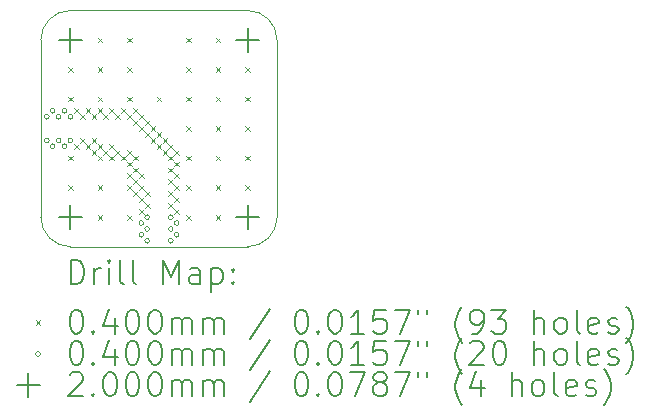
<source format=gbr>
%TF.GenerationSoftware,KiCad,Pcbnew,6.0.9+dfsg-1~bpo11+1*%
%TF.CreationDate,2022-11-06T14:45:51+01:00*%
%TF.ProjectId,pcb-turn-45,7063622d-7475-4726-9e2d-34352e6b6963,2*%
%TF.SameCoordinates,Original*%
%TF.FileFunction,Drillmap*%
%TF.FilePolarity,Positive*%
%FSLAX45Y45*%
G04 Gerber Fmt 4.5, Leading zero omitted, Abs format (unit mm)*
G04 Created by KiCad (PCBNEW 6.0.9+dfsg-1~bpo11+1) date 2022-11-06 14:45:51*
%MOMM*%
%LPD*%
G01*
G04 APERTURE LIST*
%ADD10C,0.100000*%
%ADD11C,0.200000*%
%ADD12C,0.040000*%
G04 APERTURE END LIST*
D10*
X15250000Y-7500000D02*
G75*
G03*
X15000000Y-7750000I0J-250000D01*
G01*
X15250000Y-7500000D02*
X16750000Y-7500000D01*
X17000000Y-7750000D02*
G75*
G03*
X16750000Y-7500000I-250000J0D01*
G01*
X15000000Y-9250000D02*
X15000000Y-7750000D01*
X15000000Y-9250000D02*
G75*
G03*
X15250000Y-9500000I250000J0D01*
G01*
X17000000Y-7750000D02*
X17000000Y-9250000D01*
X16750000Y-9500000D02*
G75*
G03*
X17000000Y-9250000I0J250000D01*
G01*
X16750000Y-9500000D02*
X15250000Y-9500000D01*
D11*
D12*
X15230000Y-7980000D02*
X15270000Y-8020000D01*
X15270000Y-7980000D02*
X15230000Y-8020000D01*
X15230000Y-8230000D02*
X15270000Y-8270000D01*
X15270000Y-8230000D02*
X15230000Y-8270000D01*
X15230000Y-8730000D02*
X15270000Y-8770000D01*
X15270000Y-8730000D02*
X15230000Y-8770000D01*
X15230000Y-8980000D02*
X15270000Y-9020000D01*
X15270000Y-8980000D02*
X15230000Y-9020000D01*
X15280000Y-8330000D02*
X15320000Y-8370000D01*
X15320000Y-8330000D02*
X15280000Y-8370000D01*
X15280000Y-8630000D02*
X15320000Y-8670000D01*
X15320000Y-8630000D02*
X15280000Y-8670000D01*
X15330000Y-8380000D02*
X15370000Y-8420000D01*
X15370000Y-8380000D02*
X15330000Y-8420000D01*
X15330000Y-8580000D02*
X15370000Y-8620000D01*
X15370000Y-8580000D02*
X15330000Y-8620000D01*
X15380000Y-8330000D02*
X15420000Y-8370000D01*
X15420000Y-8330000D02*
X15380000Y-8370000D01*
X15380000Y-8630000D02*
X15420000Y-8670000D01*
X15420000Y-8630000D02*
X15380000Y-8670000D01*
X15430000Y-8380000D02*
X15470000Y-8420000D01*
X15470000Y-8380000D02*
X15430000Y-8420000D01*
X15430000Y-8580000D02*
X15470000Y-8620000D01*
X15470000Y-8580000D02*
X15430000Y-8620000D01*
X15430000Y-8680000D02*
X15470000Y-8720000D01*
X15470000Y-8680000D02*
X15430000Y-8720000D01*
X15480000Y-7730000D02*
X15520000Y-7770000D01*
X15520000Y-7730000D02*
X15480000Y-7770000D01*
X15480000Y-7980000D02*
X15520000Y-8020000D01*
X15520000Y-7980000D02*
X15480000Y-8020000D01*
X15480000Y-8230000D02*
X15520000Y-8270000D01*
X15520000Y-8230000D02*
X15480000Y-8270000D01*
X15480000Y-8330000D02*
X15520000Y-8370000D01*
X15520000Y-8330000D02*
X15480000Y-8370000D01*
X15480000Y-8630000D02*
X15520000Y-8670000D01*
X15520000Y-8630000D02*
X15480000Y-8670000D01*
X15480000Y-8730000D02*
X15520000Y-8770000D01*
X15520000Y-8730000D02*
X15480000Y-8770000D01*
X15480000Y-8980000D02*
X15520000Y-9020000D01*
X15520000Y-8980000D02*
X15480000Y-9020000D01*
X15480000Y-9230000D02*
X15520000Y-9270000D01*
X15520000Y-9230000D02*
X15480000Y-9270000D01*
X15530000Y-8380000D02*
X15570000Y-8420000D01*
X15570000Y-8380000D02*
X15530000Y-8420000D01*
X15530000Y-8680000D02*
X15570000Y-8720000D01*
X15570000Y-8680000D02*
X15530000Y-8720000D01*
X15580000Y-8330000D02*
X15620000Y-8370000D01*
X15620000Y-8330000D02*
X15580000Y-8370000D01*
X15580000Y-8630000D02*
X15620000Y-8670000D01*
X15620000Y-8630000D02*
X15580000Y-8670000D01*
X15580000Y-8730000D02*
X15620000Y-8770000D01*
X15620000Y-8730000D02*
X15580000Y-8770000D01*
X15630000Y-8380000D02*
X15670000Y-8420000D01*
X15670000Y-8380000D02*
X15630000Y-8420000D01*
X15630000Y-8680000D02*
X15670000Y-8720000D01*
X15670000Y-8680000D02*
X15630000Y-8720000D01*
X15680000Y-8330000D02*
X15720000Y-8370000D01*
X15720000Y-8330000D02*
X15680000Y-8370000D01*
X15680000Y-8730000D02*
X15720000Y-8770000D01*
X15720000Y-8730000D02*
X15680000Y-8770000D01*
X15730000Y-7730000D02*
X15770000Y-7770000D01*
X15770000Y-7730000D02*
X15730000Y-7770000D01*
X15730000Y-7980000D02*
X15770000Y-8020000D01*
X15770000Y-7980000D02*
X15730000Y-8020000D01*
X15730000Y-8230000D02*
X15770000Y-8270000D01*
X15770000Y-8230000D02*
X15730000Y-8270000D01*
X15730000Y-8380000D02*
X15770000Y-8420000D01*
X15770000Y-8380000D02*
X15730000Y-8420000D01*
X15730000Y-8680000D02*
X15770000Y-8720000D01*
X15770000Y-8680000D02*
X15730000Y-8720000D01*
X15730000Y-8780000D02*
X15770000Y-8820000D01*
X15770000Y-8780000D02*
X15730000Y-8820000D01*
X15730000Y-8880000D02*
X15770000Y-8920000D01*
X15770000Y-8880000D02*
X15730000Y-8920000D01*
X15730000Y-8980000D02*
X15770000Y-9020000D01*
X15770000Y-8980000D02*
X15730000Y-9020000D01*
X15730000Y-9230000D02*
X15770000Y-9270000D01*
X15770000Y-9230000D02*
X15730000Y-9270000D01*
X15780000Y-8330000D02*
X15820000Y-8370000D01*
X15820000Y-8330000D02*
X15780000Y-8370000D01*
X15780000Y-8430000D02*
X15820000Y-8470000D01*
X15820000Y-8430000D02*
X15780000Y-8470000D01*
X15780000Y-8730000D02*
X15820000Y-8770000D01*
X15820000Y-8730000D02*
X15780000Y-8770000D01*
X15780000Y-8830000D02*
X15820000Y-8870000D01*
X15820000Y-8830000D02*
X15780000Y-8870000D01*
X15780000Y-8930000D02*
X15820000Y-8970000D01*
X15820000Y-8930000D02*
X15780000Y-8970000D01*
X15780000Y-9030000D02*
X15820000Y-9070000D01*
X15820000Y-9030000D02*
X15780000Y-9070000D01*
X15830000Y-8380000D02*
X15870000Y-8420000D01*
X15870000Y-8380000D02*
X15830000Y-8420000D01*
X15830000Y-8480000D02*
X15870000Y-8520000D01*
X15870000Y-8480000D02*
X15830000Y-8520000D01*
X15830000Y-8880000D02*
X15870000Y-8920000D01*
X15870000Y-8880000D02*
X15830000Y-8920000D01*
X15830000Y-8980000D02*
X15870000Y-9020000D01*
X15870000Y-8980000D02*
X15830000Y-9020000D01*
X15830000Y-9080000D02*
X15870000Y-9120000D01*
X15870000Y-9080000D02*
X15830000Y-9120000D01*
X15830000Y-9180000D02*
X15870000Y-9220000D01*
X15870000Y-9180000D02*
X15830000Y-9220000D01*
X15880000Y-8430000D02*
X15920000Y-8470000D01*
X15920000Y-8430000D02*
X15880000Y-8470000D01*
X15880000Y-8530000D02*
X15920000Y-8570000D01*
X15920000Y-8530000D02*
X15880000Y-8570000D01*
X15880000Y-9030000D02*
X15920000Y-9070000D01*
X15920000Y-9030000D02*
X15880000Y-9070000D01*
X15880000Y-9130000D02*
X15920000Y-9170000D01*
X15920000Y-9130000D02*
X15880000Y-9170000D01*
X15930000Y-8480000D02*
X15970000Y-8520000D01*
X15970000Y-8480000D02*
X15930000Y-8520000D01*
X15930000Y-8580000D02*
X15970000Y-8620000D01*
X15970000Y-8580000D02*
X15930000Y-8620000D01*
X15980000Y-8230000D02*
X16020000Y-8270000D01*
X16020000Y-8230000D02*
X15980000Y-8270000D01*
X15980000Y-8530000D02*
X16020000Y-8570000D01*
X16020000Y-8530000D02*
X15980000Y-8570000D01*
X15980000Y-8630000D02*
X16020000Y-8670000D01*
X16020000Y-8630000D02*
X15980000Y-8670000D01*
X16030000Y-8580000D02*
X16070000Y-8620000D01*
X16070000Y-8580000D02*
X16030000Y-8620000D01*
X16030000Y-8680000D02*
X16070000Y-8720000D01*
X16070000Y-8680000D02*
X16030000Y-8720000D01*
X16080000Y-8630000D02*
X16120000Y-8670000D01*
X16120000Y-8630000D02*
X16080000Y-8670000D01*
X16080000Y-8730000D02*
X16120000Y-8770000D01*
X16120000Y-8730000D02*
X16080000Y-8770000D01*
X16080000Y-8830000D02*
X16120000Y-8870000D01*
X16120000Y-8830000D02*
X16080000Y-8870000D01*
X16080000Y-8930000D02*
X16120000Y-8970000D01*
X16120000Y-8930000D02*
X16080000Y-8970000D01*
X16080000Y-9030000D02*
X16120000Y-9070000D01*
X16120000Y-9030000D02*
X16080000Y-9070000D01*
X16080000Y-9130000D02*
X16120000Y-9170000D01*
X16120000Y-9130000D02*
X16080000Y-9170000D01*
X16130000Y-8680000D02*
X16170000Y-8720000D01*
X16170000Y-8680000D02*
X16130000Y-8720000D01*
X16130000Y-8780000D02*
X16170000Y-8820000D01*
X16170000Y-8780000D02*
X16130000Y-8820000D01*
X16130000Y-8880000D02*
X16170000Y-8920000D01*
X16170000Y-8880000D02*
X16130000Y-8920000D01*
X16130000Y-8980000D02*
X16170000Y-9020000D01*
X16170000Y-8980000D02*
X16130000Y-9020000D01*
X16130000Y-9080000D02*
X16170000Y-9120000D01*
X16170000Y-9080000D02*
X16130000Y-9120000D01*
X16130000Y-9180000D02*
X16170000Y-9220000D01*
X16170000Y-9180000D02*
X16130000Y-9220000D01*
X16230000Y-7730000D02*
X16270000Y-7770000D01*
X16270000Y-7730000D02*
X16230000Y-7770000D01*
X16230000Y-7980000D02*
X16270000Y-8020000D01*
X16270000Y-7980000D02*
X16230000Y-8020000D01*
X16230000Y-8230000D02*
X16270000Y-8270000D01*
X16270000Y-8230000D02*
X16230000Y-8270000D01*
X16230000Y-8480000D02*
X16270000Y-8520000D01*
X16270000Y-8480000D02*
X16230000Y-8520000D01*
X16230000Y-8730000D02*
X16270000Y-8770000D01*
X16270000Y-8730000D02*
X16230000Y-8770000D01*
X16230000Y-8980000D02*
X16270000Y-9020000D01*
X16270000Y-8980000D02*
X16230000Y-9020000D01*
X16230000Y-9230000D02*
X16270000Y-9270000D01*
X16270000Y-9230000D02*
X16230000Y-9270000D01*
X16480000Y-7730000D02*
X16520000Y-7770000D01*
X16520000Y-7730000D02*
X16480000Y-7770000D01*
X16480000Y-7980000D02*
X16520000Y-8020000D01*
X16520000Y-7980000D02*
X16480000Y-8020000D01*
X16480000Y-8230000D02*
X16520000Y-8270000D01*
X16520000Y-8230000D02*
X16480000Y-8270000D01*
X16480000Y-8480000D02*
X16520000Y-8520000D01*
X16520000Y-8480000D02*
X16480000Y-8520000D01*
X16480000Y-8730000D02*
X16520000Y-8770000D01*
X16520000Y-8730000D02*
X16480000Y-8770000D01*
X16480000Y-8980000D02*
X16520000Y-9020000D01*
X16520000Y-8980000D02*
X16480000Y-9020000D01*
X16480000Y-9230000D02*
X16520000Y-9270000D01*
X16520000Y-9230000D02*
X16480000Y-9270000D01*
X16730000Y-7980000D02*
X16770000Y-8020000D01*
X16770000Y-7980000D02*
X16730000Y-8020000D01*
X16730000Y-8230000D02*
X16770000Y-8270000D01*
X16770000Y-8230000D02*
X16730000Y-8270000D01*
X16730000Y-8480000D02*
X16770000Y-8520000D01*
X16770000Y-8480000D02*
X16730000Y-8520000D01*
X16730000Y-8730000D02*
X16770000Y-8770000D01*
X16770000Y-8730000D02*
X16730000Y-8770000D01*
X16730000Y-8980000D02*
X16770000Y-9020000D01*
X16770000Y-8980000D02*
X16730000Y-9020000D01*
X15070000Y-8400000D02*
G75*
G03*
X15070000Y-8400000I-20000J0D01*
G01*
X15070000Y-8600000D02*
G75*
G03*
X15070000Y-8600000I-20000J0D01*
G01*
X15120000Y-8350000D02*
G75*
G03*
X15120000Y-8350000I-20000J0D01*
G01*
X15120000Y-8650000D02*
G75*
G03*
X15120000Y-8650000I-20000J0D01*
G01*
X15170000Y-8400000D02*
G75*
G03*
X15170000Y-8400000I-20000J0D01*
G01*
X15170000Y-8600000D02*
G75*
G03*
X15170000Y-8600000I-20000J0D01*
G01*
X15220000Y-8350000D02*
G75*
G03*
X15220000Y-8350000I-20000J0D01*
G01*
X15220000Y-8650000D02*
G75*
G03*
X15220000Y-8650000I-20000J0D01*
G01*
X15270000Y-8400000D02*
G75*
G03*
X15270000Y-8400000I-20000J0D01*
G01*
X15270000Y-8600000D02*
G75*
G03*
X15270000Y-8600000I-20000J0D01*
G01*
X15870000Y-9300000D02*
G75*
G03*
X15870000Y-9300000I-20000J0D01*
G01*
X15870000Y-9400000D02*
G75*
G03*
X15870000Y-9400000I-20000J0D01*
G01*
X15920000Y-9250000D02*
G75*
G03*
X15920000Y-9250000I-20000J0D01*
G01*
X15920000Y-9350000D02*
G75*
G03*
X15920000Y-9350000I-20000J0D01*
G01*
X15920000Y-9450000D02*
G75*
G03*
X15920000Y-9450000I-20000J0D01*
G01*
X16120000Y-9250000D02*
G75*
G03*
X16120000Y-9250000I-20000J0D01*
G01*
X16120000Y-9350000D02*
G75*
G03*
X16120000Y-9350000I-20000J0D01*
G01*
X16120000Y-9450000D02*
G75*
G03*
X16120000Y-9450000I-20000J0D01*
G01*
X16170000Y-9300000D02*
G75*
G03*
X16170000Y-9300000I-20000J0D01*
G01*
X16170000Y-9400000D02*
G75*
G03*
X16170000Y-9400000I-20000J0D01*
G01*
D11*
X15250000Y-7650000D02*
X15250000Y-7850000D01*
X15150000Y-7750000D02*
X15350000Y-7750000D01*
X15250000Y-9150000D02*
X15250000Y-9350000D01*
X15150000Y-9250000D02*
X15350000Y-9250000D01*
X16750000Y-7650000D02*
X16750000Y-7850000D01*
X16650000Y-7750000D02*
X16850000Y-7750000D01*
X16750000Y-9150000D02*
X16750000Y-9350000D01*
X16650000Y-9250000D02*
X16850000Y-9250000D01*
X15252619Y-9815476D02*
X15252619Y-9615476D01*
X15300238Y-9615476D01*
X15328809Y-9625000D01*
X15347857Y-9644048D01*
X15357381Y-9663095D01*
X15366905Y-9701190D01*
X15366905Y-9729762D01*
X15357381Y-9767857D01*
X15347857Y-9786905D01*
X15328809Y-9805952D01*
X15300238Y-9815476D01*
X15252619Y-9815476D01*
X15452619Y-9815476D02*
X15452619Y-9682143D01*
X15452619Y-9720238D02*
X15462143Y-9701190D01*
X15471667Y-9691667D01*
X15490714Y-9682143D01*
X15509762Y-9682143D01*
X15576428Y-9815476D02*
X15576428Y-9682143D01*
X15576428Y-9615476D02*
X15566905Y-9625000D01*
X15576428Y-9634524D01*
X15585952Y-9625000D01*
X15576428Y-9615476D01*
X15576428Y-9634524D01*
X15700238Y-9815476D02*
X15681190Y-9805952D01*
X15671667Y-9786905D01*
X15671667Y-9615476D01*
X15805000Y-9815476D02*
X15785952Y-9805952D01*
X15776428Y-9786905D01*
X15776428Y-9615476D01*
X16033571Y-9815476D02*
X16033571Y-9615476D01*
X16100238Y-9758333D01*
X16166905Y-9615476D01*
X16166905Y-9815476D01*
X16347857Y-9815476D02*
X16347857Y-9710714D01*
X16338333Y-9691667D01*
X16319286Y-9682143D01*
X16281190Y-9682143D01*
X16262143Y-9691667D01*
X16347857Y-9805952D02*
X16328809Y-9815476D01*
X16281190Y-9815476D01*
X16262143Y-9805952D01*
X16252619Y-9786905D01*
X16252619Y-9767857D01*
X16262143Y-9748810D01*
X16281190Y-9739286D01*
X16328809Y-9739286D01*
X16347857Y-9729762D01*
X16443095Y-9682143D02*
X16443095Y-9882143D01*
X16443095Y-9691667D02*
X16462143Y-9682143D01*
X16500238Y-9682143D01*
X16519286Y-9691667D01*
X16528809Y-9701190D01*
X16538333Y-9720238D01*
X16538333Y-9777381D01*
X16528809Y-9796429D01*
X16519286Y-9805952D01*
X16500238Y-9815476D01*
X16462143Y-9815476D01*
X16443095Y-9805952D01*
X16624048Y-9796429D02*
X16633571Y-9805952D01*
X16624048Y-9815476D01*
X16614524Y-9805952D01*
X16624048Y-9796429D01*
X16624048Y-9815476D01*
X16624048Y-9691667D02*
X16633571Y-9701190D01*
X16624048Y-9710714D01*
X16614524Y-9701190D01*
X16624048Y-9691667D01*
X16624048Y-9710714D01*
D12*
X14955000Y-10125000D02*
X14995000Y-10165000D01*
X14995000Y-10125000D02*
X14955000Y-10165000D01*
D11*
X15290714Y-10035476D02*
X15309762Y-10035476D01*
X15328809Y-10045000D01*
X15338333Y-10054524D01*
X15347857Y-10073571D01*
X15357381Y-10111667D01*
X15357381Y-10159286D01*
X15347857Y-10197381D01*
X15338333Y-10216429D01*
X15328809Y-10225952D01*
X15309762Y-10235476D01*
X15290714Y-10235476D01*
X15271667Y-10225952D01*
X15262143Y-10216429D01*
X15252619Y-10197381D01*
X15243095Y-10159286D01*
X15243095Y-10111667D01*
X15252619Y-10073571D01*
X15262143Y-10054524D01*
X15271667Y-10045000D01*
X15290714Y-10035476D01*
X15443095Y-10216429D02*
X15452619Y-10225952D01*
X15443095Y-10235476D01*
X15433571Y-10225952D01*
X15443095Y-10216429D01*
X15443095Y-10235476D01*
X15624048Y-10102143D02*
X15624048Y-10235476D01*
X15576428Y-10025952D02*
X15528809Y-10168810D01*
X15652619Y-10168810D01*
X15766905Y-10035476D02*
X15785952Y-10035476D01*
X15805000Y-10045000D01*
X15814524Y-10054524D01*
X15824048Y-10073571D01*
X15833571Y-10111667D01*
X15833571Y-10159286D01*
X15824048Y-10197381D01*
X15814524Y-10216429D01*
X15805000Y-10225952D01*
X15785952Y-10235476D01*
X15766905Y-10235476D01*
X15747857Y-10225952D01*
X15738333Y-10216429D01*
X15728809Y-10197381D01*
X15719286Y-10159286D01*
X15719286Y-10111667D01*
X15728809Y-10073571D01*
X15738333Y-10054524D01*
X15747857Y-10045000D01*
X15766905Y-10035476D01*
X15957381Y-10035476D02*
X15976428Y-10035476D01*
X15995476Y-10045000D01*
X16005000Y-10054524D01*
X16014524Y-10073571D01*
X16024048Y-10111667D01*
X16024048Y-10159286D01*
X16014524Y-10197381D01*
X16005000Y-10216429D01*
X15995476Y-10225952D01*
X15976428Y-10235476D01*
X15957381Y-10235476D01*
X15938333Y-10225952D01*
X15928809Y-10216429D01*
X15919286Y-10197381D01*
X15909762Y-10159286D01*
X15909762Y-10111667D01*
X15919286Y-10073571D01*
X15928809Y-10054524D01*
X15938333Y-10045000D01*
X15957381Y-10035476D01*
X16109762Y-10235476D02*
X16109762Y-10102143D01*
X16109762Y-10121190D02*
X16119286Y-10111667D01*
X16138333Y-10102143D01*
X16166905Y-10102143D01*
X16185952Y-10111667D01*
X16195476Y-10130714D01*
X16195476Y-10235476D01*
X16195476Y-10130714D02*
X16205000Y-10111667D01*
X16224048Y-10102143D01*
X16252619Y-10102143D01*
X16271667Y-10111667D01*
X16281190Y-10130714D01*
X16281190Y-10235476D01*
X16376428Y-10235476D02*
X16376428Y-10102143D01*
X16376428Y-10121190D02*
X16385952Y-10111667D01*
X16405000Y-10102143D01*
X16433571Y-10102143D01*
X16452619Y-10111667D01*
X16462143Y-10130714D01*
X16462143Y-10235476D01*
X16462143Y-10130714D02*
X16471667Y-10111667D01*
X16490714Y-10102143D01*
X16519286Y-10102143D01*
X16538333Y-10111667D01*
X16547857Y-10130714D01*
X16547857Y-10235476D01*
X16938333Y-10025952D02*
X16766905Y-10283095D01*
X17195476Y-10035476D02*
X17214524Y-10035476D01*
X17233571Y-10045000D01*
X17243095Y-10054524D01*
X17252619Y-10073571D01*
X17262143Y-10111667D01*
X17262143Y-10159286D01*
X17252619Y-10197381D01*
X17243095Y-10216429D01*
X17233571Y-10225952D01*
X17214524Y-10235476D01*
X17195476Y-10235476D01*
X17176429Y-10225952D01*
X17166905Y-10216429D01*
X17157381Y-10197381D01*
X17147857Y-10159286D01*
X17147857Y-10111667D01*
X17157381Y-10073571D01*
X17166905Y-10054524D01*
X17176429Y-10045000D01*
X17195476Y-10035476D01*
X17347857Y-10216429D02*
X17357381Y-10225952D01*
X17347857Y-10235476D01*
X17338333Y-10225952D01*
X17347857Y-10216429D01*
X17347857Y-10235476D01*
X17481190Y-10035476D02*
X17500238Y-10035476D01*
X17519286Y-10045000D01*
X17528810Y-10054524D01*
X17538333Y-10073571D01*
X17547857Y-10111667D01*
X17547857Y-10159286D01*
X17538333Y-10197381D01*
X17528810Y-10216429D01*
X17519286Y-10225952D01*
X17500238Y-10235476D01*
X17481190Y-10235476D01*
X17462143Y-10225952D01*
X17452619Y-10216429D01*
X17443095Y-10197381D01*
X17433571Y-10159286D01*
X17433571Y-10111667D01*
X17443095Y-10073571D01*
X17452619Y-10054524D01*
X17462143Y-10045000D01*
X17481190Y-10035476D01*
X17738333Y-10235476D02*
X17624048Y-10235476D01*
X17681190Y-10235476D02*
X17681190Y-10035476D01*
X17662143Y-10064048D01*
X17643095Y-10083095D01*
X17624048Y-10092619D01*
X17919286Y-10035476D02*
X17824048Y-10035476D01*
X17814524Y-10130714D01*
X17824048Y-10121190D01*
X17843095Y-10111667D01*
X17890714Y-10111667D01*
X17909762Y-10121190D01*
X17919286Y-10130714D01*
X17928810Y-10149762D01*
X17928810Y-10197381D01*
X17919286Y-10216429D01*
X17909762Y-10225952D01*
X17890714Y-10235476D01*
X17843095Y-10235476D01*
X17824048Y-10225952D01*
X17814524Y-10216429D01*
X17995476Y-10035476D02*
X18128810Y-10035476D01*
X18043095Y-10235476D01*
X18195476Y-10035476D02*
X18195476Y-10073571D01*
X18271667Y-10035476D02*
X18271667Y-10073571D01*
X18566905Y-10311667D02*
X18557381Y-10302143D01*
X18538333Y-10273571D01*
X18528810Y-10254524D01*
X18519286Y-10225952D01*
X18509762Y-10178333D01*
X18509762Y-10140238D01*
X18519286Y-10092619D01*
X18528810Y-10064048D01*
X18538333Y-10045000D01*
X18557381Y-10016429D01*
X18566905Y-10006905D01*
X18652619Y-10235476D02*
X18690714Y-10235476D01*
X18709762Y-10225952D01*
X18719286Y-10216429D01*
X18738333Y-10187857D01*
X18747857Y-10149762D01*
X18747857Y-10073571D01*
X18738333Y-10054524D01*
X18728810Y-10045000D01*
X18709762Y-10035476D01*
X18671667Y-10035476D01*
X18652619Y-10045000D01*
X18643095Y-10054524D01*
X18633571Y-10073571D01*
X18633571Y-10121190D01*
X18643095Y-10140238D01*
X18652619Y-10149762D01*
X18671667Y-10159286D01*
X18709762Y-10159286D01*
X18728810Y-10149762D01*
X18738333Y-10140238D01*
X18747857Y-10121190D01*
X18814524Y-10035476D02*
X18938333Y-10035476D01*
X18871667Y-10111667D01*
X18900238Y-10111667D01*
X18919286Y-10121190D01*
X18928810Y-10130714D01*
X18938333Y-10149762D01*
X18938333Y-10197381D01*
X18928810Y-10216429D01*
X18919286Y-10225952D01*
X18900238Y-10235476D01*
X18843095Y-10235476D01*
X18824048Y-10225952D01*
X18814524Y-10216429D01*
X19176429Y-10235476D02*
X19176429Y-10035476D01*
X19262143Y-10235476D02*
X19262143Y-10130714D01*
X19252619Y-10111667D01*
X19233571Y-10102143D01*
X19205000Y-10102143D01*
X19185952Y-10111667D01*
X19176429Y-10121190D01*
X19385952Y-10235476D02*
X19366905Y-10225952D01*
X19357381Y-10216429D01*
X19347857Y-10197381D01*
X19347857Y-10140238D01*
X19357381Y-10121190D01*
X19366905Y-10111667D01*
X19385952Y-10102143D01*
X19414524Y-10102143D01*
X19433571Y-10111667D01*
X19443095Y-10121190D01*
X19452619Y-10140238D01*
X19452619Y-10197381D01*
X19443095Y-10216429D01*
X19433571Y-10225952D01*
X19414524Y-10235476D01*
X19385952Y-10235476D01*
X19566905Y-10235476D02*
X19547857Y-10225952D01*
X19538333Y-10206905D01*
X19538333Y-10035476D01*
X19719286Y-10225952D02*
X19700238Y-10235476D01*
X19662143Y-10235476D01*
X19643095Y-10225952D01*
X19633571Y-10206905D01*
X19633571Y-10130714D01*
X19643095Y-10111667D01*
X19662143Y-10102143D01*
X19700238Y-10102143D01*
X19719286Y-10111667D01*
X19728810Y-10130714D01*
X19728810Y-10149762D01*
X19633571Y-10168810D01*
X19805000Y-10225952D02*
X19824048Y-10235476D01*
X19862143Y-10235476D01*
X19881190Y-10225952D01*
X19890714Y-10206905D01*
X19890714Y-10197381D01*
X19881190Y-10178333D01*
X19862143Y-10168810D01*
X19833571Y-10168810D01*
X19814524Y-10159286D01*
X19805000Y-10140238D01*
X19805000Y-10130714D01*
X19814524Y-10111667D01*
X19833571Y-10102143D01*
X19862143Y-10102143D01*
X19881190Y-10111667D01*
X19957381Y-10311667D02*
X19966905Y-10302143D01*
X19985952Y-10273571D01*
X19995476Y-10254524D01*
X20005000Y-10225952D01*
X20014524Y-10178333D01*
X20014524Y-10140238D01*
X20005000Y-10092619D01*
X19995476Y-10064048D01*
X19985952Y-10045000D01*
X19966905Y-10016429D01*
X19957381Y-10006905D01*
D12*
X14995000Y-10409000D02*
G75*
G03*
X14995000Y-10409000I-20000J0D01*
G01*
D11*
X15290714Y-10299476D02*
X15309762Y-10299476D01*
X15328809Y-10309000D01*
X15338333Y-10318524D01*
X15347857Y-10337571D01*
X15357381Y-10375667D01*
X15357381Y-10423286D01*
X15347857Y-10461381D01*
X15338333Y-10480429D01*
X15328809Y-10489952D01*
X15309762Y-10499476D01*
X15290714Y-10499476D01*
X15271667Y-10489952D01*
X15262143Y-10480429D01*
X15252619Y-10461381D01*
X15243095Y-10423286D01*
X15243095Y-10375667D01*
X15252619Y-10337571D01*
X15262143Y-10318524D01*
X15271667Y-10309000D01*
X15290714Y-10299476D01*
X15443095Y-10480429D02*
X15452619Y-10489952D01*
X15443095Y-10499476D01*
X15433571Y-10489952D01*
X15443095Y-10480429D01*
X15443095Y-10499476D01*
X15624048Y-10366143D02*
X15624048Y-10499476D01*
X15576428Y-10289952D02*
X15528809Y-10432810D01*
X15652619Y-10432810D01*
X15766905Y-10299476D02*
X15785952Y-10299476D01*
X15805000Y-10309000D01*
X15814524Y-10318524D01*
X15824048Y-10337571D01*
X15833571Y-10375667D01*
X15833571Y-10423286D01*
X15824048Y-10461381D01*
X15814524Y-10480429D01*
X15805000Y-10489952D01*
X15785952Y-10499476D01*
X15766905Y-10499476D01*
X15747857Y-10489952D01*
X15738333Y-10480429D01*
X15728809Y-10461381D01*
X15719286Y-10423286D01*
X15719286Y-10375667D01*
X15728809Y-10337571D01*
X15738333Y-10318524D01*
X15747857Y-10309000D01*
X15766905Y-10299476D01*
X15957381Y-10299476D02*
X15976428Y-10299476D01*
X15995476Y-10309000D01*
X16005000Y-10318524D01*
X16014524Y-10337571D01*
X16024048Y-10375667D01*
X16024048Y-10423286D01*
X16014524Y-10461381D01*
X16005000Y-10480429D01*
X15995476Y-10489952D01*
X15976428Y-10499476D01*
X15957381Y-10499476D01*
X15938333Y-10489952D01*
X15928809Y-10480429D01*
X15919286Y-10461381D01*
X15909762Y-10423286D01*
X15909762Y-10375667D01*
X15919286Y-10337571D01*
X15928809Y-10318524D01*
X15938333Y-10309000D01*
X15957381Y-10299476D01*
X16109762Y-10499476D02*
X16109762Y-10366143D01*
X16109762Y-10385190D02*
X16119286Y-10375667D01*
X16138333Y-10366143D01*
X16166905Y-10366143D01*
X16185952Y-10375667D01*
X16195476Y-10394714D01*
X16195476Y-10499476D01*
X16195476Y-10394714D02*
X16205000Y-10375667D01*
X16224048Y-10366143D01*
X16252619Y-10366143D01*
X16271667Y-10375667D01*
X16281190Y-10394714D01*
X16281190Y-10499476D01*
X16376428Y-10499476D02*
X16376428Y-10366143D01*
X16376428Y-10385190D02*
X16385952Y-10375667D01*
X16405000Y-10366143D01*
X16433571Y-10366143D01*
X16452619Y-10375667D01*
X16462143Y-10394714D01*
X16462143Y-10499476D01*
X16462143Y-10394714D02*
X16471667Y-10375667D01*
X16490714Y-10366143D01*
X16519286Y-10366143D01*
X16538333Y-10375667D01*
X16547857Y-10394714D01*
X16547857Y-10499476D01*
X16938333Y-10289952D02*
X16766905Y-10547095D01*
X17195476Y-10299476D02*
X17214524Y-10299476D01*
X17233571Y-10309000D01*
X17243095Y-10318524D01*
X17252619Y-10337571D01*
X17262143Y-10375667D01*
X17262143Y-10423286D01*
X17252619Y-10461381D01*
X17243095Y-10480429D01*
X17233571Y-10489952D01*
X17214524Y-10499476D01*
X17195476Y-10499476D01*
X17176429Y-10489952D01*
X17166905Y-10480429D01*
X17157381Y-10461381D01*
X17147857Y-10423286D01*
X17147857Y-10375667D01*
X17157381Y-10337571D01*
X17166905Y-10318524D01*
X17176429Y-10309000D01*
X17195476Y-10299476D01*
X17347857Y-10480429D02*
X17357381Y-10489952D01*
X17347857Y-10499476D01*
X17338333Y-10489952D01*
X17347857Y-10480429D01*
X17347857Y-10499476D01*
X17481190Y-10299476D02*
X17500238Y-10299476D01*
X17519286Y-10309000D01*
X17528810Y-10318524D01*
X17538333Y-10337571D01*
X17547857Y-10375667D01*
X17547857Y-10423286D01*
X17538333Y-10461381D01*
X17528810Y-10480429D01*
X17519286Y-10489952D01*
X17500238Y-10499476D01*
X17481190Y-10499476D01*
X17462143Y-10489952D01*
X17452619Y-10480429D01*
X17443095Y-10461381D01*
X17433571Y-10423286D01*
X17433571Y-10375667D01*
X17443095Y-10337571D01*
X17452619Y-10318524D01*
X17462143Y-10309000D01*
X17481190Y-10299476D01*
X17738333Y-10499476D02*
X17624048Y-10499476D01*
X17681190Y-10499476D02*
X17681190Y-10299476D01*
X17662143Y-10328048D01*
X17643095Y-10347095D01*
X17624048Y-10356619D01*
X17919286Y-10299476D02*
X17824048Y-10299476D01*
X17814524Y-10394714D01*
X17824048Y-10385190D01*
X17843095Y-10375667D01*
X17890714Y-10375667D01*
X17909762Y-10385190D01*
X17919286Y-10394714D01*
X17928810Y-10413762D01*
X17928810Y-10461381D01*
X17919286Y-10480429D01*
X17909762Y-10489952D01*
X17890714Y-10499476D01*
X17843095Y-10499476D01*
X17824048Y-10489952D01*
X17814524Y-10480429D01*
X17995476Y-10299476D02*
X18128810Y-10299476D01*
X18043095Y-10499476D01*
X18195476Y-10299476D02*
X18195476Y-10337571D01*
X18271667Y-10299476D02*
X18271667Y-10337571D01*
X18566905Y-10575667D02*
X18557381Y-10566143D01*
X18538333Y-10537571D01*
X18528810Y-10518524D01*
X18519286Y-10489952D01*
X18509762Y-10442333D01*
X18509762Y-10404238D01*
X18519286Y-10356619D01*
X18528810Y-10328048D01*
X18538333Y-10309000D01*
X18557381Y-10280429D01*
X18566905Y-10270905D01*
X18633571Y-10318524D02*
X18643095Y-10309000D01*
X18662143Y-10299476D01*
X18709762Y-10299476D01*
X18728810Y-10309000D01*
X18738333Y-10318524D01*
X18747857Y-10337571D01*
X18747857Y-10356619D01*
X18738333Y-10385190D01*
X18624048Y-10499476D01*
X18747857Y-10499476D01*
X18871667Y-10299476D02*
X18890714Y-10299476D01*
X18909762Y-10309000D01*
X18919286Y-10318524D01*
X18928810Y-10337571D01*
X18938333Y-10375667D01*
X18938333Y-10423286D01*
X18928810Y-10461381D01*
X18919286Y-10480429D01*
X18909762Y-10489952D01*
X18890714Y-10499476D01*
X18871667Y-10499476D01*
X18852619Y-10489952D01*
X18843095Y-10480429D01*
X18833571Y-10461381D01*
X18824048Y-10423286D01*
X18824048Y-10375667D01*
X18833571Y-10337571D01*
X18843095Y-10318524D01*
X18852619Y-10309000D01*
X18871667Y-10299476D01*
X19176429Y-10499476D02*
X19176429Y-10299476D01*
X19262143Y-10499476D02*
X19262143Y-10394714D01*
X19252619Y-10375667D01*
X19233571Y-10366143D01*
X19205000Y-10366143D01*
X19185952Y-10375667D01*
X19176429Y-10385190D01*
X19385952Y-10499476D02*
X19366905Y-10489952D01*
X19357381Y-10480429D01*
X19347857Y-10461381D01*
X19347857Y-10404238D01*
X19357381Y-10385190D01*
X19366905Y-10375667D01*
X19385952Y-10366143D01*
X19414524Y-10366143D01*
X19433571Y-10375667D01*
X19443095Y-10385190D01*
X19452619Y-10404238D01*
X19452619Y-10461381D01*
X19443095Y-10480429D01*
X19433571Y-10489952D01*
X19414524Y-10499476D01*
X19385952Y-10499476D01*
X19566905Y-10499476D02*
X19547857Y-10489952D01*
X19538333Y-10470905D01*
X19538333Y-10299476D01*
X19719286Y-10489952D02*
X19700238Y-10499476D01*
X19662143Y-10499476D01*
X19643095Y-10489952D01*
X19633571Y-10470905D01*
X19633571Y-10394714D01*
X19643095Y-10375667D01*
X19662143Y-10366143D01*
X19700238Y-10366143D01*
X19719286Y-10375667D01*
X19728810Y-10394714D01*
X19728810Y-10413762D01*
X19633571Y-10432810D01*
X19805000Y-10489952D02*
X19824048Y-10499476D01*
X19862143Y-10499476D01*
X19881190Y-10489952D01*
X19890714Y-10470905D01*
X19890714Y-10461381D01*
X19881190Y-10442333D01*
X19862143Y-10432810D01*
X19833571Y-10432810D01*
X19814524Y-10423286D01*
X19805000Y-10404238D01*
X19805000Y-10394714D01*
X19814524Y-10375667D01*
X19833571Y-10366143D01*
X19862143Y-10366143D01*
X19881190Y-10375667D01*
X19957381Y-10575667D02*
X19966905Y-10566143D01*
X19985952Y-10537571D01*
X19995476Y-10518524D01*
X20005000Y-10489952D01*
X20014524Y-10442333D01*
X20014524Y-10404238D01*
X20005000Y-10356619D01*
X19995476Y-10328048D01*
X19985952Y-10309000D01*
X19966905Y-10280429D01*
X19957381Y-10270905D01*
X14895000Y-10573000D02*
X14895000Y-10773000D01*
X14795000Y-10673000D02*
X14995000Y-10673000D01*
X15243095Y-10582524D02*
X15252619Y-10573000D01*
X15271667Y-10563476D01*
X15319286Y-10563476D01*
X15338333Y-10573000D01*
X15347857Y-10582524D01*
X15357381Y-10601571D01*
X15357381Y-10620619D01*
X15347857Y-10649190D01*
X15233571Y-10763476D01*
X15357381Y-10763476D01*
X15443095Y-10744429D02*
X15452619Y-10753952D01*
X15443095Y-10763476D01*
X15433571Y-10753952D01*
X15443095Y-10744429D01*
X15443095Y-10763476D01*
X15576428Y-10563476D02*
X15595476Y-10563476D01*
X15614524Y-10573000D01*
X15624048Y-10582524D01*
X15633571Y-10601571D01*
X15643095Y-10639667D01*
X15643095Y-10687286D01*
X15633571Y-10725381D01*
X15624048Y-10744429D01*
X15614524Y-10753952D01*
X15595476Y-10763476D01*
X15576428Y-10763476D01*
X15557381Y-10753952D01*
X15547857Y-10744429D01*
X15538333Y-10725381D01*
X15528809Y-10687286D01*
X15528809Y-10639667D01*
X15538333Y-10601571D01*
X15547857Y-10582524D01*
X15557381Y-10573000D01*
X15576428Y-10563476D01*
X15766905Y-10563476D02*
X15785952Y-10563476D01*
X15805000Y-10573000D01*
X15814524Y-10582524D01*
X15824048Y-10601571D01*
X15833571Y-10639667D01*
X15833571Y-10687286D01*
X15824048Y-10725381D01*
X15814524Y-10744429D01*
X15805000Y-10753952D01*
X15785952Y-10763476D01*
X15766905Y-10763476D01*
X15747857Y-10753952D01*
X15738333Y-10744429D01*
X15728809Y-10725381D01*
X15719286Y-10687286D01*
X15719286Y-10639667D01*
X15728809Y-10601571D01*
X15738333Y-10582524D01*
X15747857Y-10573000D01*
X15766905Y-10563476D01*
X15957381Y-10563476D02*
X15976428Y-10563476D01*
X15995476Y-10573000D01*
X16005000Y-10582524D01*
X16014524Y-10601571D01*
X16024048Y-10639667D01*
X16024048Y-10687286D01*
X16014524Y-10725381D01*
X16005000Y-10744429D01*
X15995476Y-10753952D01*
X15976428Y-10763476D01*
X15957381Y-10763476D01*
X15938333Y-10753952D01*
X15928809Y-10744429D01*
X15919286Y-10725381D01*
X15909762Y-10687286D01*
X15909762Y-10639667D01*
X15919286Y-10601571D01*
X15928809Y-10582524D01*
X15938333Y-10573000D01*
X15957381Y-10563476D01*
X16109762Y-10763476D02*
X16109762Y-10630143D01*
X16109762Y-10649190D02*
X16119286Y-10639667D01*
X16138333Y-10630143D01*
X16166905Y-10630143D01*
X16185952Y-10639667D01*
X16195476Y-10658714D01*
X16195476Y-10763476D01*
X16195476Y-10658714D02*
X16205000Y-10639667D01*
X16224048Y-10630143D01*
X16252619Y-10630143D01*
X16271667Y-10639667D01*
X16281190Y-10658714D01*
X16281190Y-10763476D01*
X16376428Y-10763476D02*
X16376428Y-10630143D01*
X16376428Y-10649190D02*
X16385952Y-10639667D01*
X16405000Y-10630143D01*
X16433571Y-10630143D01*
X16452619Y-10639667D01*
X16462143Y-10658714D01*
X16462143Y-10763476D01*
X16462143Y-10658714D02*
X16471667Y-10639667D01*
X16490714Y-10630143D01*
X16519286Y-10630143D01*
X16538333Y-10639667D01*
X16547857Y-10658714D01*
X16547857Y-10763476D01*
X16938333Y-10553952D02*
X16766905Y-10811095D01*
X17195476Y-10563476D02*
X17214524Y-10563476D01*
X17233571Y-10573000D01*
X17243095Y-10582524D01*
X17252619Y-10601571D01*
X17262143Y-10639667D01*
X17262143Y-10687286D01*
X17252619Y-10725381D01*
X17243095Y-10744429D01*
X17233571Y-10753952D01*
X17214524Y-10763476D01*
X17195476Y-10763476D01*
X17176429Y-10753952D01*
X17166905Y-10744429D01*
X17157381Y-10725381D01*
X17147857Y-10687286D01*
X17147857Y-10639667D01*
X17157381Y-10601571D01*
X17166905Y-10582524D01*
X17176429Y-10573000D01*
X17195476Y-10563476D01*
X17347857Y-10744429D02*
X17357381Y-10753952D01*
X17347857Y-10763476D01*
X17338333Y-10753952D01*
X17347857Y-10744429D01*
X17347857Y-10763476D01*
X17481190Y-10563476D02*
X17500238Y-10563476D01*
X17519286Y-10573000D01*
X17528810Y-10582524D01*
X17538333Y-10601571D01*
X17547857Y-10639667D01*
X17547857Y-10687286D01*
X17538333Y-10725381D01*
X17528810Y-10744429D01*
X17519286Y-10753952D01*
X17500238Y-10763476D01*
X17481190Y-10763476D01*
X17462143Y-10753952D01*
X17452619Y-10744429D01*
X17443095Y-10725381D01*
X17433571Y-10687286D01*
X17433571Y-10639667D01*
X17443095Y-10601571D01*
X17452619Y-10582524D01*
X17462143Y-10573000D01*
X17481190Y-10563476D01*
X17614524Y-10563476D02*
X17747857Y-10563476D01*
X17662143Y-10763476D01*
X17852619Y-10649190D02*
X17833571Y-10639667D01*
X17824048Y-10630143D01*
X17814524Y-10611095D01*
X17814524Y-10601571D01*
X17824048Y-10582524D01*
X17833571Y-10573000D01*
X17852619Y-10563476D01*
X17890714Y-10563476D01*
X17909762Y-10573000D01*
X17919286Y-10582524D01*
X17928810Y-10601571D01*
X17928810Y-10611095D01*
X17919286Y-10630143D01*
X17909762Y-10639667D01*
X17890714Y-10649190D01*
X17852619Y-10649190D01*
X17833571Y-10658714D01*
X17824048Y-10668238D01*
X17814524Y-10687286D01*
X17814524Y-10725381D01*
X17824048Y-10744429D01*
X17833571Y-10753952D01*
X17852619Y-10763476D01*
X17890714Y-10763476D01*
X17909762Y-10753952D01*
X17919286Y-10744429D01*
X17928810Y-10725381D01*
X17928810Y-10687286D01*
X17919286Y-10668238D01*
X17909762Y-10658714D01*
X17890714Y-10649190D01*
X17995476Y-10563476D02*
X18128810Y-10563476D01*
X18043095Y-10763476D01*
X18195476Y-10563476D02*
X18195476Y-10601571D01*
X18271667Y-10563476D02*
X18271667Y-10601571D01*
X18566905Y-10839667D02*
X18557381Y-10830143D01*
X18538333Y-10801571D01*
X18528810Y-10782524D01*
X18519286Y-10753952D01*
X18509762Y-10706333D01*
X18509762Y-10668238D01*
X18519286Y-10620619D01*
X18528810Y-10592048D01*
X18538333Y-10573000D01*
X18557381Y-10544429D01*
X18566905Y-10534905D01*
X18728810Y-10630143D02*
X18728810Y-10763476D01*
X18681190Y-10553952D02*
X18633571Y-10696810D01*
X18757381Y-10696810D01*
X18985952Y-10763476D02*
X18985952Y-10563476D01*
X19071667Y-10763476D02*
X19071667Y-10658714D01*
X19062143Y-10639667D01*
X19043095Y-10630143D01*
X19014524Y-10630143D01*
X18995476Y-10639667D01*
X18985952Y-10649190D01*
X19195476Y-10763476D02*
X19176429Y-10753952D01*
X19166905Y-10744429D01*
X19157381Y-10725381D01*
X19157381Y-10668238D01*
X19166905Y-10649190D01*
X19176429Y-10639667D01*
X19195476Y-10630143D01*
X19224048Y-10630143D01*
X19243095Y-10639667D01*
X19252619Y-10649190D01*
X19262143Y-10668238D01*
X19262143Y-10725381D01*
X19252619Y-10744429D01*
X19243095Y-10753952D01*
X19224048Y-10763476D01*
X19195476Y-10763476D01*
X19376429Y-10763476D02*
X19357381Y-10753952D01*
X19347857Y-10734905D01*
X19347857Y-10563476D01*
X19528810Y-10753952D02*
X19509762Y-10763476D01*
X19471667Y-10763476D01*
X19452619Y-10753952D01*
X19443095Y-10734905D01*
X19443095Y-10658714D01*
X19452619Y-10639667D01*
X19471667Y-10630143D01*
X19509762Y-10630143D01*
X19528810Y-10639667D01*
X19538333Y-10658714D01*
X19538333Y-10677762D01*
X19443095Y-10696810D01*
X19614524Y-10753952D02*
X19633571Y-10763476D01*
X19671667Y-10763476D01*
X19690714Y-10753952D01*
X19700238Y-10734905D01*
X19700238Y-10725381D01*
X19690714Y-10706333D01*
X19671667Y-10696810D01*
X19643095Y-10696810D01*
X19624048Y-10687286D01*
X19614524Y-10668238D01*
X19614524Y-10658714D01*
X19624048Y-10639667D01*
X19643095Y-10630143D01*
X19671667Y-10630143D01*
X19690714Y-10639667D01*
X19766905Y-10839667D02*
X19776429Y-10830143D01*
X19795476Y-10801571D01*
X19805000Y-10782524D01*
X19814524Y-10753952D01*
X19824048Y-10706333D01*
X19824048Y-10668238D01*
X19814524Y-10620619D01*
X19805000Y-10592048D01*
X19795476Y-10573000D01*
X19776429Y-10544429D01*
X19766905Y-10534905D01*
M02*

</source>
